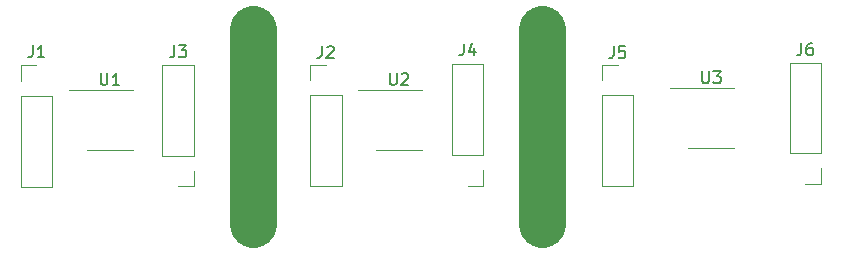
<source format=gbr>
G04 #@! TF.GenerationSoftware,KiCad,Pcbnew,(5.1.5)-3*
G04 #@! TF.CreationDate,2020-04-16T22:58:05-04:00*
G04 #@! TF.ProjectId,SOIC-8-HighPower,534f4943-2d38-42d4-9869-6768506f7765,rev?*
G04 #@! TF.SameCoordinates,Original*
G04 #@! TF.FileFunction,Legend,Top*
G04 #@! TF.FilePolarity,Positive*
%FSLAX46Y46*%
G04 Gerber Fmt 4.6, Leading zero omitted, Abs format (unit mm)*
G04 Created by KiCad (PCBNEW (5.1.5)-3) date 2020-04-16 22:58:05*
%MOMM*%
%LPD*%
G04 APERTURE LIST*
%ADD10C,4.000000*%
%ADD11C,0.120000*%
%ADD12C,0.150000*%
G04 APERTURE END LIST*
D10*
X163500000Y-53500000D02*
X163500000Y-70000000D01*
X139000000Y-53500000D02*
X139000000Y-70000000D01*
D11*
X177825000Y-58445000D02*
X174375000Y-58445000D01*
X177825000Y-58445000D02*
X179775000Y-58445000D01*
X177825000Y-63565000D02*
X175875000Y-63565000D01*
X177825000Y-63565000D02*
X179775000Y-63565000D01*
X151375000Y-58595000D02*
X147925000Y-58595000D01*
X151375000Y-58595000D02*
X153325000Y-58595000D01*
X151375000Y-63715000D02*
X149425000Y-63715000D01*
X151375000Y-63715000D02*
X153325000Y-63715000D01*
X126900000Y-58590000D02*
X123450000Y-58590000D01*
X126900000Y-58590000D02*
X128850000Y-58590000D01*
X126900000Y-63710000D02*
X124950000Y-63710000D01*
X126900000Y-63710000D02*
X128850000Y-63710000D01*
X187130000Y-66600000D02*
X185800000Y-66600000D01*
X187130000Y-65270000D02*
X187130000Y-66600000D01*
X187130000Y-64000000D02*
X184470000Y-64000000D01*
X184470000Y-64000000D02*
X184470000Y-56320000D01*
X187130000Y-64000000D02*
X187130000Y-56320000D01*
X187130000Y-56320000D02*
X184470000Y-56320000D01*
X168570000Y-56480000D02*
X169900000Y-56480000D01*
X168570000Y-57810000D02*
X168570000Y-56480000D01*
X168570000Y-59080000D02*
X171230000Y-59080000D01*
X171230000Y-59080000D02*
X171230000Y-66760000D01*
X168570000Y-59080000D02*
X168570000Y-66760000D01*
X168570000Y-66760000D02*
X171230000Y-66760000D01*
X158530000Y-66730000D02*
X157200000Y-66730000D01*
X158530000Y-65400000D02*
X158530000Y-66730000D01*
X158530000Y-64130000D02*
X155870000Y-64130000D01*
X155870000Y-64130000D02*
X155870000Y-56450000D01*
X158530000Y-64130000D02*
X158530000Y-56450000D01*
X158530000Y-56450000D02*
X155870000Y-56450000D01*
X134030000Y-66780000D02*
X132700000Y-66780000D01*
X134030000Y-65450000D02*
X134030000Y-66780000D01*
X134030000Y-64180000D02*
X131370000Y-64180000D01*
X131370000Y-64180000D02*
X131370000Y-56500000D01*
X134030000Y-64180000D02*
X134030000Y-56500000D01*
X134030000Y-56500000D02*
X131370000Y-56500000D01*
X143870000Y-56470000D02*
X145200000Y-56470000D01*
X143870000Y-57800000D02*
X143870000Y-56470000D01*
X143870000Y-59070000D02*
X146530000Y-59070000D01*
X146530000Y-59070000D02*
X146530000Y-66750000D01*
X143870000Y-59070000D02*
X143870000Y-66750000D01*
X143870000Y-66750000D02*
X146530000Y-66750000D01*
X119370000Y-56520000D02*
X120700000Y-56520000D01*
X119370000Y-57850000D02*
X119370000Y-56520000D01*
X119370000Y-59120000D02*
X122030000Y-59120000D01*
X122030000Y-59120000D02*
X122030000Y-66800000D01*
X119370000Y-59120000D02*
X119370000Y-66800000D01*
X119370000Y-66800000D02*
X122030000Y-66800000D01*
D12*
X177063095Y-57057380D02*
X177063095Y-57866904D01*
X177110714Y-57962142D01*
X177158333Y-58009761D01*
X177253571Y-58057380D01*
X177444047Y-58057380D01*
X177539285Y-58009761D01*
X177586904Y-57962142D01*
X177634523Y-57866904D01*
X177634523Y-57057380D01*
X178015476Y-57057380D02*
X178634523Y-57057380D01*
X178301190Y-57438333D01*
X178444047Y-57438333D01*
X178539285Y-57485952D01*
X178586904Y-57533571D01*
X178634523Y-57628809D01*
X178634523Y-57866904D01*
X178586904Y-57962142D01*
X178539285Y-58009761D01*
X178444047Y-58057380D01*
X178158333Y-58057380D01*
X178063095Y-58009761D01*
X178015476Y-57962142D01*
X150613095Y-57207380D02*
X150613095Y-58016904D01*
X150660714Y-58112142D01*
X150708333Y-58159761D01*
X150803571Y-58207380D01*
X150994047Y-58207380D01*
X151089285Y-58159761D01*
X151136904Y-58112142D01*
X151184523Y-58016904D01*
X151184523Y-57207380D01*
X151613095Y-57302619D02*
X151660714Y-57255000D01*
X151755952Y-57207380D01*
X151994047Y-57207380D01*
X152089285Y-57255000D01*
X152136904Y-57302619D01*
X152184523Y-57397857D01*
X152184523Y-57493095D01*
X152136904Y-57635952D01*
X151565476Y-58207380D01*
X152184523Y-58207380D01*
X126138095Y-57202380D02*
X126138095Y-58011904D01*
X126185714Y-58107142D01*
X126233333Y-58154761D01*
X126328571Y-58202380D01*
X126519047Y-58202380D01*
X126614285Y-58154761D01*
X126661904Y-58107142D01*
X126709523Y-58011904D01*
X126709523Y-57202380D01*
X127709523Y-58202380D02*
X127138095Y-58202380D01*
X127423809Y-58202380D02*
X127423809Y-57202380D01*
X127328571Y-57345238D01*
X127233333Y-57440476D01*
X127138095Y-57488095D01*
X185466666Y-54677380D02*
X185466666Y-55391666D01*
X185419047Y-55534523D01*
X185323809Y-55629761D01*
X185180952Y-55677380D01*
X185085714Y-55677380D01*
X186371428Y-54677380D02*
X186180952Y-54677380D01*
X186085714Y-54725000D01*
X186038095Y-54772619D01*
X185942857Y-54915476D01*
X185895238Y-55105952D01*
X185895238Y-55486904D01*
X185942857Y-55582142D01*
X185990476Y-55629761D01*
X186085714Y-55677380D01*
X186276190Y-55677380D01*
X186371428Y-55629761D01*
X186419047Y-55582142D01*
X186466666Y-55486904D01*
X186466666Y-55248809D01*
X186419047Y-55153571D01*
X186371428Y-55105952D01*
X186276190Y-55058333D01*
X186085714Y-55058333D01*
X185990476Y-55105952D01*
X185942857Y-55153571D01*
X185895238Y-55248809D01*
X169566666Y-54932380D02*
X169566666Y-55646666D01*
X169519047Y-55789523D01*
X169423809Y-55884761D01*
X169280952Y-55932380D01*
X169185714Y-55932380D01*
X170519047Y-54932380D02*
X170042857Y-54932380D01*
X169995238Y-55408571D01*
X170042857Y-55360952D01*
X170138095Y-55313333D01*
X170376190Y-55313333D01*
X170471428Y-55360952D01*
X170519047Y-55408571D01*
X170566666Y-55503809D01*
X170566666Y-55741904D01*
X170519047Y-55837142D01*
X170471428Y-55884761D01*
X170376190Y-55932380D01*
X170138095Y-55932380D01*
X170042857Y-55884761D01*
X169995238Y-55837142D01*
X156866666Y-54702380D02*
X156866666Y-55416666D01*
X156819047Y-55559523D01*
X156723809Y-55654761D01*
X156580952Y-55702380D01*
X156485714Y-55702380D01*
X157771428Y-55035714D02*
X157771428Y-55702380D01*
X157533333Y-54654761D02*
X157295238Y-55369047D01*
X157914285Y-55369047D01*
X132366666Y-54852380D02*
X132366666Y-55566666D01*
X132319047Y-55709523D01*
X132223809Y-55804761D01*
X132080952Y-55852380D01*
X131985714Y-55852380D01*
X132747619Y-54852380D02*
X133366666Y-54852380D01*
X133033333Y-55233333D01*
X133176190Y-55233333D01*
X133271428Y-55280952D01*
X133319047Y-55328571D01*
X133366666Y-55423809D01*
X133366666Y-55661904D01*
X133319047Y-55757142D01*
X133271428Y-55804761D01*
X133176190Y-55852380D01*
X132890476Y-55852380D01*
X132795238Y-55804761D01*
X132747619Y-55757142D01*
X144866666Y-54922380D02*
X144866666Y-55636666D01*
X144819047Y-55779523D01*
X144723809Y-55874761D01*
X144580952Y-55922380D01*
X144485714Y-55922380D01*
X145295238Y-55017619D02*
X145342857Y-54970000D01*
X145438095Y-54922380D01*
X145676190Y-54922380D01*
X145771428Y-54970000D01*
X145819047Y-55017619D01*
X145866666Y-55112857D01*
X145866666Y-55208095D01*
X145819047Y-55350952D01*
X145247619Y-55922380D01*
X145866666Y-55922380D01*
X120366666Y-54852380D02*
X120366666Y-55566666D01*
X120319047Y-55709523D01*
X120223809Y-55804761D01*
X120080952Y-55852380D01*
X119985714Y-55852380D01*
X121366666Y-55852380D02*
X120795238Y-55852380D01*
X121080952Y-55852380D02*
X121080952Y-54852380D01*
X120985714Y-54995238D01*
X120890476Y-55090476D01*
X120795238Y-55138095D01*
M02*

</source>
